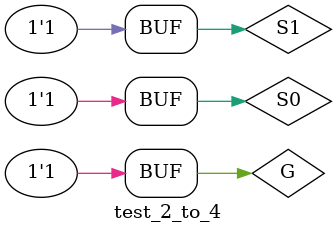
<source format=v>
`timescale 1ns / 1ps


module test_2_to_4;

	// Inputs
	reg G;
	reg S0;
	reg S1;

	// Outputs
	wire [3:0] O;

	// Instantiate the Unit Under Test (UUT)
	decoder_2_to_4 uut (
		.G(G),
		.S0(S0),
		.S1(S1),
		.O(O)
	);

	initial begin
		G = 0; S0 = 0; S1 = 0;
		#100;

		G = 0; S0 = 0; S1 = 1;
		#100;

		G = 0; S0 = 1; S1 = 0;
		#100;

		G = 0; S0 = 1; S1 = 1;
		#100;

		G = 1; S0 = 0; S1 = 0;
		#100;

		G = 1; S0 = 0; S1 = 1;
		#100;

		G = 1; S0 = 1; S1 = 0;
		#100;

		G = 1; S0 = 1; S1 = 1;
	end

endmodule

</source>
